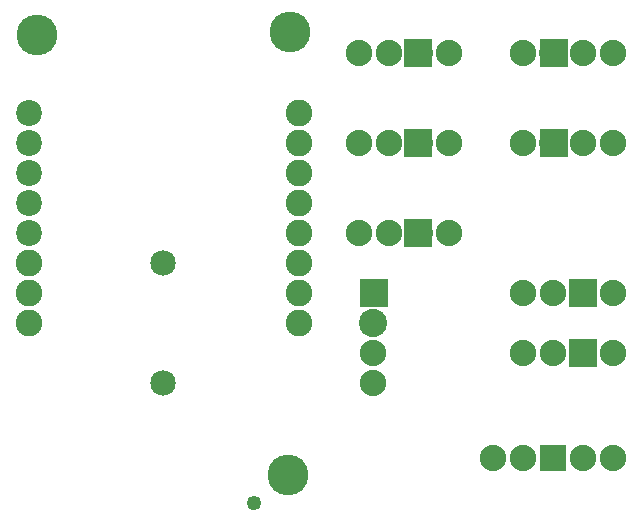
<source format=gbs>
G04 MADE WITH FRITZING*
G04 WWW.FRITZING.ORG*
G04 DOUBLE SIDED*
G04 HOLES PLATED*
G04 CONTOUR ON CENTER OF CONTOUR VECTOR*
%ASAXBY*%
%FSLAX23Y23*%
%MOIN*%
%OFA0B0*%
%SFA1.0B1.0*%
%ADD10C,0.086389*%
%ADD11C,0.089166*%
%ADD12C,0.135984*%
%ADD13C,0.085000*%
%ADD14C,0.088000*%
%ADD15C,0.094141*%
%ADD16C,0.049370*%
%ADD17R,0.094375X0.094375*%
%ADD18R,0.093333X0.093333*%
%ADD19R,0.088000X0.088000*%
%LNMASK0*%
G90*
G70*
G54D10*
X356Y1747D03*
X356Y1647D03*
X356Y1547D03*
X356Y1447D03*
X356Y1347D03*
G54D11*
X356Y1247D03*
X356Y1147D03*
X356Y1047D03*
X1257Y1047D03*
X1257Y1147D03*
X1257Y1247D03*
X1257Y1347D03*
X1257Y1447D03*
X1257Y1547D03*
X1257Y1647D03*
X1257Y1747D03*
G54D12*
X1227Y2016D03*
X383Y2009D03*
X1219Y540D03*
G54D13*
X805Y1248D03*
X805Y848D03*
G54D14*
X2005Y1648D03*
G54D15*
X2105Y1648D03*
G54D14*
X2205Y1648D03*
X2305Y1648D03*
X2005Y1948D03*
G54D15*
X2105Y1948D03*
G54D14*
X2205Y1948D03*
X2305Y1948D03*
X2305Y1148D03*
G54D15*
X2205Y1148D03*
G54D14*
X2105Y1148D03*
X2005Y1148D03*
X1756Y1647D03*
G54D15*
X1656Y1647D03*
G54D14*
X1556Y1647D03*
X1456Y1647D03*
X1756Y1347D03*
G54D15*
X1656Y1347D03*
G54D14*
X1556Y1347D03*
X1456Y1347D03*
X1756Y1947D03*
G54D15*
X1656Y1947D03*
G54D14*
X1556Y1947D03*
X1456Y1947D03*
X2305Y948D03*
G54D15*
X2205Y948D03*
G54D14*
X2105Y948D03*
X2005Y948D03*
X1505Y1148D03*
G54D15*
X1505Y1048D03*
G54D14*
X1505Y948D03*
X1505Y848D03*
X2305Y598D03*
X2205Y598D03*
X2105Y598D03*
X2005Y598D03*
X1905Y598D03*
G54D16*
X1106Y447D03*
G54D17*
X2106Y1648D03*
X2106Y1948D03*
X2205Y1148D03*
X1655Y1647D03*
X1655Y1347D03*
X1655Y1947D03*
X2205Y948D03*
G54D18*
X1506Y1148D03*
G54D19*
X2105Y598D03*
G04 End of Mask0*
M02*
</source>
